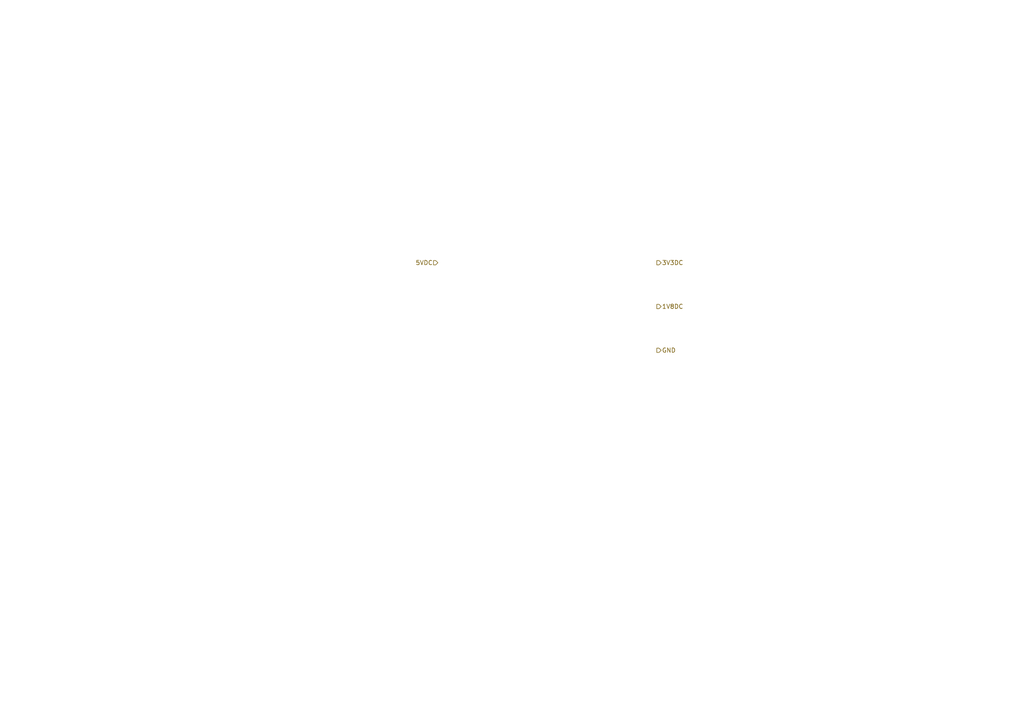
<source format=kicad_sch>
(kicad_sch
	(version 20250114)
	(generator "eeschema")
	(generator_version "9.0")
	(uuid "5dd18a99-2721-4540-abe1-57be696f9f68")
	(paper "A4")
	(lib_symbols)
	(hierarchical_label "3V3DC"
		(shape output)
		(at 190.5 76.2 0)
		(effects
			(font
				(size 1.27 1.27)
			)
			(justify left)
		)
		(uuid "125b72a5-12cc-4e05-a0a9-e07ce4821b52")
	)
	(hierarchical_label "1V8DC"
		(shape output)
		(at 190.5 88.9 0)
		(effects
			(font
				(size 1.27 1.27)
			)
			(justify left)
		)
		(uuid "166c49a1-7632-4a9d-a113-93991e9cc8bd")
	)
	(hierarchical_label "5VDC"
		(shape input)
		(at 127 76.2 180)
		(effects
			(font
				(size 1.27 1.27)
			)
			(justify right)
		)
		(uuid "24f91965-7495-43a3-9857-5929e5cc4633")
	)
	(hierarchical_label "GND"
		(shape output)
		(at 190.5 101.6 0)
		(effects
			(font
				(size 1.27 1.27)
			)
			(justify left)
		)
		(uuid "aae5c93c-e0d6-4b30-8a42-9099faacb938")
	)
)

</source>
